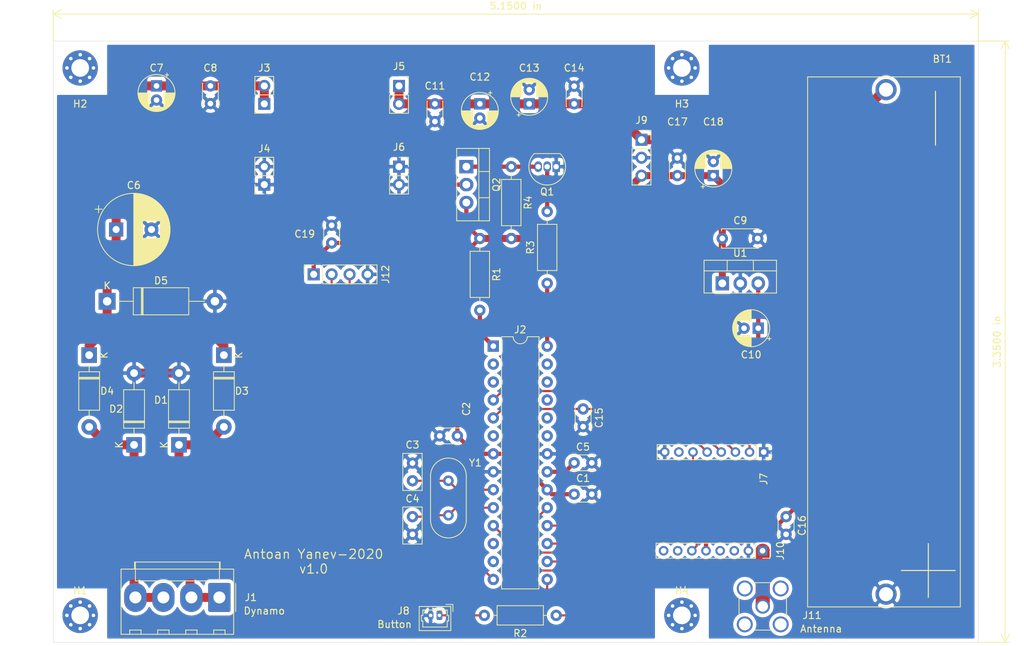
<source format=kicad_pcb>
(kicad_pcb (version 20171130) (host pcbnew "(5.0.2)-1")
  (layers (0 F.Cu signal) (31 B.Cu signal) (34 B.Paste user) (35 F.Paste user) (36 B.SilkS user) (37 F.SilkS user) (38 B.Mask user) (39 F.Mask user) (44 Edge.Cuts user))
  (net 0 "")
  (net 1 "Net-(BT1-Pad1)")
  (net 2 GND)
  (net 3 +5V)
  (net 4 "Net-(C3-Pad2)")
  (net 5 "Net-(C4-Pad1)")
  (net 6 "Net-(C5-Pad1)")
  (net 7 "Net-(C6-Pad1)")
  (net 8 +3V3)
  (net 9 "Net-(D1-Pad1)")
  (net 10 "Net-(D2-Pad1)")
  (net 11 "Net-(J2-Pad1)")
  (net 12 RX)
  (net 13 NSS)
  (net 14 TX)
  (net 15 MOSI)
  (net 16 DIO0)
  (net 17 MISO)
  (net 18 SCK)
  (net 19 "Net-(J2-Pad6)")
  (net 20 BUTTON)
  (net 21 "Net-(J2-Pad24)")
  (net 22 RESET)
  (net 23 "Net-(J2-Pad25)")
  (net 24 "Net-(J2-Pad12)")
  (net 25 "Net-(J2-Pad26)")
  (net 26 "Net-(J2-Pad13)")
  (net 27 "Net-(J2-Pad27)")
  (net 28 "Net-(J7-Pad7)")
  (net 29 ANT)
  (net 30 "Net-(J10-Pad3)")
  (net 31 "Net-(J10-Pad4)")
  (net 32 "Net-(J10-Pad8)")
  (net 33 "Net-(J2-Pad2)")
  (net 34 "Net-(J2-Pad3)")
  (net 35 GPSEN)
  (net 36 VCCGPS)
  (net 37 "Net-(Q1-Pad2)")
  (net 38 "Net-(Q1-Pad3)")
  (net 39 "Net-(J8-Pad1)")
  (net 40 "Net-(J2-Pad23)")
  (net 41 "Net-(J10-Pad7)")
  (module MountingHole:MountingHole_2.5mm_Pad_Via (layer F.Cu) (at 135.89 99.06)
    (fp_text reference H4 (at 0 -3.5) (layer F.SilkS))
    (fp_text value MountingHole_2.5mm_Pad_Via)
    (pad 1 thru_hole circle (at 1.325825 -1.325825) (size 0.8 0.8) (drill 0.5) (layers *.Cu *.Mask))
    (pad 1 thru_hole circle (at 0 -1.875) (size 0.8 0.8) (drill 0.5) (layers *.Cu *.Mask))
    (pad 1 thru_hole circle (at -1.325825 -1.325825) (size 0.8 0.8) (drill 0.5) (layers *.Cu *.Mask))
    (pad 1 thru_hole circle (at -1.875 0) (size 0.8 0.8) (drill 0.5) (layers *.Cu *.Mask))
    (pad 1 thru_hole circle (at -1.325825 1.325825) (size 0.8 0.8) (drill 0.5) (layers *.Cu *.Mask))
    (pad 1 thru_hole circle (at 0 1.875) (size 0.8 0.8) (drill 0.5) (layers *.Cu *.Mask))
    (pad 1 thru_hole circle (at 1.325825 1.325825) (size 0.8 0.8) (drill 0.5) (layers *.Cu *.Mask))
    (pad 1 thru_hole circle (at 1.875 0) (size 0.8 0.8) (drill 0.5) (layers *.Cu *.Mask))
    (pad 1 thru_hole circle (at 0 0) (size 5 5) (drill 2.5) (layers *.Cu *.Mask))
  )
  (module MountingHole:MountingHole_2.5mm_Pad_Via (layer F.Cu) (at 50.8 99.06)
    (fp_text reference H1 (at 0 -3.5) (layer F.SilkS))
    (fp_text value MountingHole_2.5mm_Pad_Via)
    (pad 1 thru_hole circle (at 1.325825 -1.325825) (size 0.8 0.8) (drill 0.5) (layers *.Cu *.Mask))
    (pad 1 thru_hole circle (at 0 -1.875) (size 0.8 0.8) (drill 0.5) (layers *.Cu *.Mask))
    (pad 1 thru_hole circle (at -1.325825 -1.325825) (size 0.8 0.8) (drill 0.5) (layers *.Cu *.Mask))
    (pad 1 thru_hole circle (at -1.875 0) (size 0.8 0.8) (drill 0.5) (layers *.Cu *.Mask))
    (pad 1 thru_hole circle (at -1.325825 1.325825) (size 0.8 0.8) (drill 0.5) (layers *.Cu *.Mask))
    (pad 1 thru_hole circle (at 0 1.875) (size 0.8 0.8) (drill 0.5) (layers *.Cu *.Mask))
    (pad 1 thru_hole circle (at 1.325825 1.325825) (size 0.8 0.8) (drill 0.5) (layers *.Cu *.Mask))
    (pad 1 thru_hole circle (at 1.875 0) (size 0.8 0.8) (drill 0.5) (layers *.Cu *.Mask))
    (pad 1 thru_hole circle (at 0 0) (size 5 5) (drill 2.5) (layers *.Cu *.Mask))
  )
  (module MountingHole:MountingHole_2.5mm_Pad_Via (layer F.Cu) (at 50.8 21.59)
    (fp_text reference H2 (at 0 5.08) (layer F.SilkS))
    (fp_text value MountingHole_2.5mm_Pad_Via)
    (pad 1 thru_hole circle (at 1.325825 -1.325825) (size 0.8 0.8) (drill 0.5) (layers *.Cu *.Mask))
    (pad 1 thru_hole circle (at 0 -1.875) (size 0.8 0.8) (drill 0.5) (layers *.Cu *.Mask))
    (pad 1 thru_hole circle (at -1.325825 -1.325825) (size 0.8 0.8) (drill 0.5) (layers *.Cu *.Mask))
    (pad 1 thru_hole circle (at -1.875 0) (size 0.8 0.8) (drill 0.5) (layers *.Cu *.Mask))
    (pad 1 thru_hole circle (at -1.325825 1.325825) (size 0.8 0.8) (drill 0.5) (layers *.Cu *.Mask))
    (pad 1 thru_hole circle (at 0 1.875) (size 0.8 0.8) (drill 0.5) (layers *.Cu *.Mask))
    (pad 1 thru_hole circle (at 1.325825 1.325825) (size 0.8 0.8) (drill 0.5) (layers *.Cu *.Mask))
    (pad 1 thru_hole circle (at 1.875 0) (size 0.8 0.8) (drill 0.5) (layers *.Cu *.Mask))
    (pad 1 thru_hole circle (at 0 0) (size 5 5) (drill 2.5) (layers *.Cu *.Mask))
  )
  (module MountingHole:MountingHole_2.5mm_Pad_Via (layer F.Cu) (at 135.89 21.59)
    (fp_text reference H3 (at 0 5.08) (layer F.SilkS))
    (fp_text value MountingHole_2.5mm_Pad_Via)
    (pad 1 thru_hole circle (at 1.325825 -1.325825) (size 0.8 0.8) (drill 0.5) (layers *.Cu *.Mask))
    (pad 1 thru_hole circle (at 0 -1.875) (size 0.8 0.8) (drill 0.5) (layers *.Cu *.Mask))
    (pad 1 thru_hole circle (at -1.325825 -1.325825) (size 0.8 0.8) (drill 0.5) (layers *.Cu *.Mask))
    (pad 1 thru_hole circle (at -1.875 0) (size 0.8 0.8) (drill 0.5) (layers *.Cu *.Mask))
    (pad 1 thru_hole circle (at -1.325825 1.325825) (size 0.8 0.8) (drill 0.5) (layers *.Cu *.Mask))
    (pad 1 thru_hole circle (at 0 1.875) (size 0.8 0.8) (drill 0.5) (layers *.Cu *.Mask))
    (pad 1 thru_hole circle (at 1.325825 1.325825) (size 0.8 0.8) (drill 0.5) (layers *.Cu *.Mask))
    (pad 1 thru_hole circle (at 1.875 0) (size 0.8 0.8) (drill 0.5) (layers *.Cu *.Mask))
    (pad 1 thru_hole circle (at 0 0) (size 5 5) (drill 2.5) (layers *.Cu *.Mask))
  )
  (module Connector_Molex:Molex_KK-396_A-41791-0004_1x04_P3.96mm_Vertical (layer F.Cu) (at 70.485 96.52 180)
    (fp_text reference J1 (at -4.445 0 180) (layer F.SilkS))
    (fp_text value Conn_01x04_Female)
    (pad 1 thru_hole roundrect (at 0 0 180) (size 3.16 4.1) (drill 1.7) (layers *.Cu *.Mask) (roundrect_rratio 0.079114) (net 9 "Net-(D1-Pad1)"))
    (pad 2 thru_hole oval (at 3.96 0 180) (size 3.16 4.1) (drill 1.7) (layers *.Cu *.Mask) (net 9 "Net-(D1-Pad1)"))
    (pad 3 thru_hole oval (at 7.92 0 180) (size 3.16 4.1) (drill 1.7) (layers *.Cu *.Mask) (net 10 "Net-(D2-Pad1)"))
    (pad 4 thru_hole oval (at 11.88 0 180) (size 3.16 4.1) (drill 1.7) (layers *.Cu *.Mask) (net 10 "Net-(D2-Pad1)"))
  )
  (module Capacitor_THT:C_Disc_D3.0mm_W2.0mm_P2.50mm (layer F.Cu) (at 121.92 69.85 270)
    (fp_text reference C15 (at 1.25 -2.25 270) (layer F.SilkS))
    (fp_text value 100n)
    (pad 1 thru_hole circle (at 0 0 270) (size 1.6 1.6) (drill 0.8) (layers *.Cu *.Mask) (net 20 BUTTON))
    (pad 2 thru_hole circle (at 2.5 0 270) (size 1.6 1.6) (drill 0.8) (layers *.Cu *.Mask) (net 2 GND))
  )
  (module Connector_Molex:Molex_PicoBlade_53047-0210_1x02_P1.25mm_Vertical (layer F.Cu) (at 101.6 99.06 180)
    (fp_text reference J8 (at 5.08 0.635) (layer F.SilkS))
    (fp_text value Conn_01x02_Female)
    (pad 1 thru_hole roundrect (at 0 0 180) (size 0.8 1.3) (drill 0.5) (layers *.Cu *.Mask) (net 39 "Net-(J8-Pad1)"))
    (pad 2 thru_hole oval (at 1.25 0 180) (size 0.8 1.3) (drill 0.5) (layers *.Cu *.Mask) (net 2 GND))
  )
  (module Package_TO_SOT_THT:TO-220-3_Vertical (layer F.Cu) (at 141.605 52.07)
    (fp_text reference U1 (at 2.54 -4.27) (layer F.SilkS))
    (fp_text value BA33BC0T)
    (pad 1 thru_hole rect (at 0 0) (size 1.905 2) (drill 1.1) (layers *.Cu *.Mask) (net 3 +5V))
    (pad 2 thru_hole oval (at 2.54 0) (size 1.905 2) (drill 1.1) (layers *.Cu *.Mask) (net 2 GND))
    (pad 3 thru_hole oval (at 5.08 0) (size 1.905 2) (drill 1.1) (layers *.Cu *.Mask) (net 8 +3V3))
  )
  (module Library:Battery_Holder (layer F.Cu) (at 175.26 22.86 270)
    (fp_text reference BT1 (at -2.54 2.54 180) (layer F.SilkS))
    (fp_text value Li-Ion)
    (fp_text user - (at 5.842 4.318 90) (layer F.SilkS) (effects (font (size 10 10))))
    (fp_text user + (at 69.85 5.334 90) (layer F.SilkS) (effects (font (size 10 10))))
    (pad 2 thru_hole circle (at 73.2 10.5 270) (size 3 3) (drill 2) (layers *.Cu *.Mask) (net 2 GND))
    (pad 1 thru_hole circle (at 1.8 10.5 270) (size 3 3) (drill 2) (layers *.Cu *.Mask) (net 1 "Net-(BT1-Pad1)"))
  )
  (module Capacitor_THT:C_Disc_D3.0mm_W2.0mm_P2.50mm (layer F.Cu) (at 120.65 81.915)
    (fp_text reference C1 (at 1.27 -2.25) (layer F.SilkS))
    (fp_text value 100n)
    (pad 2 thru_hole circle (at 2.5 0) (size 1.6 1.6) (drill 0.8) (layers *.Cu *.Mask) (net 2 GND))
    (pad 1 thru_hole circle (at 0 0) (size 1.6 1.6) (drill 0.8) (layers *.Cu *.Mask) (net 3 +5V))
  )
  (module Capacitor_THT:C_Disc_D3.0mm_W2.0mm_P2.50mm (layer F.Cu) (at 104.14 73.66 180)
    (fp_text reference C2 (at -1.27 3.81 90) (layer F.SilkS))
    (fp_text value 100n)
    (pad 2 thru_hole circle (at 2.5 0 180) (size 1.6 1.6) (drill 0.8) (layers *.Cu *.Mask) (net 2 GND))
    (pad 1 thru_hole circle (at 0 0 180) (size 1.6 1.6) (drill 0.8) (layers *.Cu *.Mask) (net 3 +5V))
  )
  (module Capacitor_THT:C_Disc_D5.0mm_W2.5mm_P2.50mm (layer F.Cu) (at 97.79 77.51 270)
    (fp_text reference C3 (at -2.58 0 180) (layer F.SilkS))
    (fp_text value 22p)
    (pad 2 thru_hole circle (at 2.5 0 270) (size 1.6 1.6) (drill 0.8) (layers *.Cu *.Mask) (net 4 "Net-(C3-Pad2)"))
    (pad 1 thru_hole circle (at 0 0 270) (size 1.6 1.6) (drill 0.8) (layers *.Cu *.Mask) (net 2 GND))
  )
  (module Capacitor_THT:C_Disc_D5.0mm_W2.5mm_P2.50mm (layer F.Cu) (at 97.79 85.09 270)
    (fp_text reference C4 (at -2.54 0 180) (layer F.SilkS))
    (fp_text value 22p)
    (pad 1 thru_hole circle (at 0 0 270) (size 1.6 1.6) (drill 0.8) (layers *.Cu *.Mask) (net 5 "Net-(C4-Pad1)"))
    (pad 2 thru_hole circle (at 2.5 0 270) (size 1.6 1.6) (drill 0.8) (layers *.Cu *.Mask) (net 2 GND))
  )
  (module Capacitor_THT:C_Disc_D3.0mm_W2.0mm_P2.50mm (layer F.Cu) (at 120.65 77.47)
    (fp_text reference C5 (at 1.25 -2.25) (layer F.SilkS))
    (fp_text value 100n)
    (pad 1 thru_hole circle (at 0 0) (size 1.6 1.6) (drill 0.8) (layers *.Cu *.Mask) (net 6 "Net-(C5-Pad1)"))
    (pad 2 thru_hole circle (at 2.5 0) (size 1.6 1.6) (drill 0.8) (layers *.Cu *.Mask) (net 2 GND))
  )
  (module Capacitor_THT:CP_Radial_D10.0mm_P5.00mm (layer F.Cu) (at 55.88 44.45)
    (fp_text reference C6 (at 2.5 -6.25) (layer F.SilkS))
    (fp_text value 1000u)
    (pad 1 thru_hole rect (at 0 0) (size 2 2) (drill 1) (layers *.Cu *.Mask) (net 7 "Net-(C6-Pad1)"))
    (pad 2 thru_hole circle (at 5 0) (size 2 2) (drill 1) (layers *.Cu *.Mask) (net 2 GND))
  )
  (module Capacitor_THT:CP_Radial_D5.0mm_P2.00mm (layer F.Cu) (at 61.595 24.13 270)
    (fp_text reference C7 (at -2.54 0 180) (layer F.SilkS))
    (fp_text value 100u)
    (pad 1 thru_hole rect (at 0 0 270) (size 1.6 1.6) (drill 0.8) (layers *.Cu *.Mask) (net 7 "Net-(C6-Pad1)"))
    (pad 2 thru_hole circle (at 2 0 270) (size 1.6 1.6) (drill 0.8) (layers *.Cu *.Mask) (net 2 GND))
  )
  (module Capacitor_THT:C_Disc_D3.0mm_W2.0mm_P2.50mm (layer F.Cu) (at 69.215 24.13 270)
    (fp_text reference C8 (at -2.54 0 180) (layer F.SilkS))
    (fp_text value 100n)
    (pad 1 thru_hole circle (at 0 0 270) (size 1.6 1.6) (drill 0.8) (layers *.Cu *.Mask) (net 7 "Net-(C6-Pad1)"))
    (pad 2 thru_hole circle (at 2.5 0 270) (size 1.6 1.6) (drill 0.8) (layers *.Cu *.Mask) (net 2 GND))
  )
  (module Capacitor_THT:C_Disc_D5.0mm_W2.5mm_P5.00mm (layer F.Cu) (at 141.605 45.72)
    (fp_text reference C9 (at 2.54 -2.54) (layer F.SilkS))
    (fp_text value 0.33u)
    (pad 1 thru_hole circle (at 0 0) (size 1.6 1.6) (drill 0.8) (layers *.Cu *.Mask) (net 3 +5V))
    (pad 2 thru_hole circle (at 5 0) (size 1.6 1.6) (drill 0.8) (layers *.Cu *.Mask) (net 2 GND))
  )
  (module Capacitor_THT:CP_Radial_D5.0mm_P2.00mm (layer F.Cu) (at 146.685 58.42 180)
    (fp_text reference C10 (at 1 -3.75) (layer F.SilkS))
    (fp_text value 100u)
    (pad 2 thru_hole circle (at 2 0 180) (size 1.6 1.6) (drill 0.8) (layers *.Cu *.Mask) (net 2 GND))
    (pad 1 thru_hole rect (at 0 0 180) (size 1.6 1.6) (drill 0.8) (layers *.Cu *.Mask) (net 8 +3V3))
  )
  (module Capacitor_THT:C_Disc_D3.0mm_W2.0mm_P2.50mm (layer F.Cu) (at 100.965 26.67 270)
    (fp_text reference C11 (at -2.54 0 180) (layer F.SilkS))
    (fp_text value 100n)
    (pad 1 thru_hole circle (at 0 0 270) (size 1.6 1.6) (drill 0.8) (layers *.Cu *.Mask) (net 1 "Net-(BT1-Pad1)"))
    (pad 2 thru_hole circle (at 2.5 0 270) (size 1.6 1.6) (drill 0.8) (layers *.Cu *.Mask) (net 2 GND))
  )
  (module Capacitor_THT:CP_Radial_D5.0mm_P2.00mm (layer F.Cu) (at 107.315 26.67 270)
    (fp_text reference C12 (at -3.81 0 180) (layer F.SilkS))
    (fp_text value 100u)
    (pad 2 thru_hole circle (at 2 0 270) (size 1.6 1.6) (drill 0.8) (layers *.Cu *.Mask) (net 2 GND))
    (pad 1 thru_hole rect (at 0 0 270) (size 1.6 1.6) (drill 0.8) (layers *.Cu *.Mask) (net 1 "Net-(BT1-Pad1)"))
  )
  (module Capacitor_THT:CP_Radial_D5.0mm_P2.00mm (layer F.Cu) (at 114.3 26.67 90)
    (fp_text reference C13 (at 5.08 0 180) (layer F.SilkS))
    (fp_text value 100u)
    (pad 1 thru_hole rect (at 0 0 90) (size 1.6 1.6) (drill 0.8) (layers *.Cu *.Mask) (net 1 "Net-(BT1-Pad1)"))
    (pad 2 thru_hole circle (at 2 0 90) (size 1.6 1.6) (drill 0.8) (layers *.Cu *.Mask) (net 2 GND))
  )
  (module Capacitor_THT:C_Disc_D3.0mm_W2.0mm_P2.50mm (layer F.Cu) (at 120.65 26.67 90)
    (fp_text reference C14 (at 5.08 0 180) (layer F.SilkS))
    (fp_text value 100n)
    (pad 1 thru_hole circle (at 0 0 90) (size 1.6 1.6) (drill 0.8) (layers *.Cu *.Mask) (net 1 "Net-(BT1-Pad1)"))
    (pad 2 thru_hole circle (at 2.5 0 90) (size 1.6 1.6) (drill 0.8) (layers *.Cu *.Mask) (net 2 GND))
  )
  (module Capacitor_THT:C_Disc_D3.0mm_W2.0mm_P2.50mm (layer F.Cu) (at 150.622 85.09 270)
    (fp_text reference C16 (at 1.25 -2.25 90) (layer F.SilkS))
    (fp_text value 100n)
    (pad 2 thru_hole circle (at 2.5 0 270) (size 1.6 1.6) (drill 0.8) (layers *.Cu *.Mask) (net 2 GND))
    (pad 1 thru_hole circle (at 0 0 270) (size 1.6 1.6) (drill 0.8) (layers *.Cu *.Mask) (net 8 +3V3))
  )
  (module Capacitor_THT:C_Disc_D3.0mm_W2.0mm_P2.50mm (layer F.Cu) (at 135.255 36.83 90)
    (fp_text reference C17 (at 7.62 0 180) (layer F.SilkS))
    (fp_text value 100n)
    (pad 2 thru_hole circle (at 2.5 0 90) (size 1.6 1.6) (drill 0.8) (layers *.Cu *.Mask) (net 2 GND))
    (pad 1 thru_hole circle (at 0 0 90) (size 1.6 1.6) (drill 0.8) (layers *.Cu *.Mask) (net 3 +5V))
  )
  (module Capacitor_THT:CP_Radial_D5.0mm_P2.00mm (layer F.Cu) (at 140.335 36.83 90)
    (fp_text reference C18 (at 7.62 0 180) (layer F.SilkS))
    (fp_text value 100u)
    (pad 1 thru_hole rect (at 0 0 90) (size 1.6 1.6) (drill 0.8) (layers *.Cu *.Mask) (net 3 +5V))
    (pad 2 thru_hole circle (at 2 0 90) (size 1.6 1.6) (drill 0.8) (layers *.Cu *.Mask) (net 2 GND))
  )
  (module Diode_THT:D_DO-41_SOD81_P10.16mm_Horizontal (layer F.Cu) (at 64.77 74.93 90)
    (fp_text reference D1 (at 6.35 -2.54 180) (layer F.SilkS))
    (fp_text value "1N5819 YJ")
    (fp_text user K (at 0 -2.1 90) (layer F.SilkS))
    (pad 1 thru_hole rect (at 0 0 90) (size 2.2 2.2) (drill 1.1) (layers *.Cu *.Mask) (net 9 "Net-(D1-Pad1)"))
    (pad 2 thru_hole oval (at 10.16 0 90) (size 2.2 2.2) (drill 1.1) (layers *.Cu *.Mask) (net 2 GND))
  )
  (module Diode_THT:D_DO-41_SOD81_P10.16mm_Horizontal (layer F.Cu) (at 58.42 74.93 90)
    (fp_text reference D2 (at 5.08 -2.54 180) (layer F.SilkS))
    (fp_text value "1N5819 YJ")
    (fp_text user K (at 0 -2.1 90) (layer F.SilkS))
    (pad 1 thru_hole rect (at 0 0 90) (size 2.2 2.2) (drill 1.1) (layers *.Cu *.Mask) (net 10 "Net-(D2-Pad1)"))
    (pad 2 thru_hole oval (at 10.16 0 90) (size 2.2 2.2) (drill 1.1) (layers *.Cu *.Mask) (net 2 GND))
  )
  (module Diode_THT:D_DO-41_SOD81_P10.16mm_Horizontal (layer F.Cu) (at 71.12 62.23 270)
    (fp_text reference D3 (at 5.08 -2.54 180) (layer F.SilkS))
    (fp_text value "1N5819 YJ")
    (fp_text user K (at 0 -2.1 90) (layer F.SilkS))
    (pad 2 thru_hole oval (at 10.16 0 270) (size 2.2 2.2) (drill 1.1) (layers *.Cu *.Mask) (net 9 "Net-(D1-Pad1)"))
    (pad 1 thru_hole rect (at 0 0 270) (size 2.2 2.2) (drill 1.1) (layers *.Cu *.Mask) (net 7 "Net-(C6-Pad1)"))
  )
  (module Diode_THT:D_DO-41_SOD81_P10.16mm_Horizontal (layer F.Cu) (at 52.07 62.23 270)
    (fp_text reference D4 (at 5.08 -2.54 180) (layer F.SilkS))
    (fp_text value "1N5819 YJ")
    (fp_text user K (at 0 -2.1 90) (layer F.SilkS))
    (pad 2 thru_hole oval (at 10.16 0 270) (size 2.2 2.2) (drill 1.1) (layers *.Cu *.Mask) (net 10 "Net-(D2-Pad1)"))
    (pad 1 thru_hole rect (at 0 0 270) (size 2.2 2.2) (drill 1.1) (layers *.Cu *.Mask) (net 7 "Net-(C6-Pad1)"))
  )
  (module Diode_THT:D_DO-15_P15.24mm_Horizontal (layer F.Cu) (at 54.61 54.61)
    (fp_text reference D5 (at 7.62 -2.92) (layer F.SilkS))
    (fp_text value P6KE24A)
    (fp_text user K (at 0 -2.2) (layer F.SilkS))
    (pad 1 thru_hole rect (at 0 0) (size 2.4 2.4) (drill 1.2) (layers *.Cu *.Mask) (net 7 "Net-(C6-Pad1)"))
    (pad 2 thru_hole oval (at 15.24 0) (size 2.4 2.4) (drill 1.2) (layers *.Cu *.Mask) (net 2 GND))
  )
  (module Package_DIP:DIP-28_W7.62mm (layer F.Cu) (at 109.22 60.96)
    (fp_text reference J2 (at 3.81 -2.33) (layer F.SilkS))
    (fp_text value Conn_01x28_Female)
    (pad 1 thru_hole rect (at 0 0) (size 1.6 1.6) (drill 0.8) (layers *.Cu *.Mask) (net 11 "Net-(J2-Pad1)"))
    (pad 15 thru_hole oval (at 7.62 33.02) (size 1.6 1.6) (drill 0.8) (layers *.Cu *.Mask) (net 14 TX))
    (pad 2 thru_hole oval (at 0 2.54) (size 1.6 1.6) (drill 0.8) (layers *.Cu *.Mask) (net 33 "Net-(J2-Pad2)"))
    (pad 16 thru_hole oval (at 7.62 30.48) (size 1.6 1.6) (drill 0.8) (layers *.Cu *.Mask) (net 13 NSS))
    (pad 3 thru_hole oval (at 0 5.08) (size 1.6 1.6) (drill 0.8) (layers *.Cu *.Mask) (net 34 "Net-(J2-Pad3)"))
    (pad 17 thru_hole oval (at 7.62 27.94) (size 1.6 1.6) (drill 0.8) (layers *.Cu *.Mask) (net 15 MOSI))
    (pad 4 thru_hole oval (at 0 7.62) (size 1.6 1.6) (drill 0.8) (layers *.Cu *.Mask) (net 16 DIO0))
    (pad 18 thru_hole oval (at 7.62 25.4) (size 1.6 1.6) (drill 0.8) (layers *.Cu *.Mask) (net 17 MISO))
    (pad 5 thru_hole oval (at 0 10.16) (size 1.6 1.6) (drill 0.8) (layers *.Cu *.Mask) (net 20 BUTTON))
    (pad 19 thru_hole oval (at 7.62 22.86) (size 1.6 1.6) (drill 0.8) (layers *.Cu *.Mask) (net 18 SCK))
    (pad 6 thru_hole oval (at 0 12.7) (size 1.6 1.6) (drill 0.8) (layers *.Cu *.Mask) (net 19 "Net-(J2-Pad6)"))
    (pad 20 thru_hole oval (at 7.62 20.32) (size 1.6 1.6) (drill 0.8) (layers *.Cu *.Mask) (net 3 +5V))
    (pad 7 thru_hole oval (at 0 15.24) (size 1.6 1.6) (drill 0.8) (layers *.Cu *.Mask) (net 3 +5V))
    (pad 21 thru_hole oval (at 7.62 17.78) (size 1.6 1.6) (drill 0.8) (layers *.Cu *.Mask) (net 6 "Net-(C5-Pad1)"))
    (pad 8 thru_hole oval (at 0 17.78) (size 1.6 1.6) (drill 0.8) (layers *.Cu *.Mask) (net 2 GND))
    (pad 22 thru_hole oval (at 7.62 15.24) (size 1.6 1.6) (drill 0.8) (layers *.Cu *.Mask) (net 2 GND))
    (pad 9 thru_hole oval (at 0 20.32) (size 1.6 1.6) (drill 0.8) (layers *.Cu *.Mask) (net 4 "Net-(C3-Pad2)"))
    (pad 23 thru_hole oval (at 7.62 12.7) (size 1.6 1.6) (drill 0.8) (layers *.Cu *.Mask) (net 40 "Net-(J2-Pad23)"))
    (pad 10 thru_hole oval (at 0 22.86) (size 1.6 1.6) (drill 0.8) (layers *.Cu *.Mask) (net 5 "Net-(C4-Pad1)"))
    (pad 24 thru_hole oval (at 7.62 10.16) (size 1.6 1.6) (drill 0.8) (layers *.Cu *.Mask) (net 21 "Net-(J2-Pad24)"))
    (pad 11 thru_hole oval (at 0 25.4) (size 1.6 1.6) (drill 0.8) (layers *.Cu *.Mask) (net 22 RESET))
    (pad 25 thru_hole oval (at 7.62 7.62) (size 1.6 1.6) (drill 0.8) (layers *.Cu *.Mask) (net 23 "Net-(J2-Pad25)"))
    (pad 12 thru_hole oval (at 0 27.94) (size 1.6 1.6) (drill 0.8) (layers *.Cu *.Mask) (net 24 "Net-(J2-Pad12)"))
    (pad 26 thru_hole oval (at 7.62 5.08) (size 1.6 1.6) (drill 0.8) (layers *.Cu *.Mask) (net 25 "Net-(J2-Pad26)"))
    (pad 13 thru_hole oval (at 0 30.48) (size 1.6 1.6) (drill 0.8) (layers *.Cu *.Mask) (net 26 "Net-(J2-Pad13)"))
    (pad 27 thru_hole oval (at 7.62 2.54) (size 1.6 1.6) (drill 0.8) (layers *.Cu *.Mask) (net 27 "Net-(J2-Pad27)"))
    (pad 14 thru_hole oval (at 0 33.02) (size 1.6 1.6) (drill 0.8) (layers *.Cu *.Mask) (net 12 RX))
    (pad 28 thru_hole oval (at 7.62 0) (size 1.6 1.6) (drill 0.8) (layers *.Cu *.Mask) (net 35 GPSEN))
  )
  (module Connector_PinSocket_2.54mm:PinSocket_1x02_P2.54mm_Vertical (layer F.Cu) (at 76.835 26.67 180)
    (fp_text reference J3 (at 0 5.08) (layer F.SilkS))
    (fp_text value Conn_01x02_Female)
    (pad 2 thru_hole oval (at 0 2.54 180) (size 1.7 1.7) (drill 1) (layers *.Cu *.Mask) (net 7 "Net-(C6-Pad1)"))
    (pad 1 thru_hole rect (at 0 0 180) (size 1.7 1.7) (drill 1) (layers *.Cu *.Mask) (net 7 "Net-(C6-Pad1)"))
  )
  (module Connector_PinSocket_2.54mm:PinSocket_1x02_P2.54mm_Vertical (layer F.Cu) (at 76.835 38.1 180)
    (fp_text reference J4 (at 0 5.08) (layer F.SilkS))
    (fp_text value Conn_01x02_Female)
    (pad 1 thru_hole rect (at 0 0 180) (size 1.7 1.7) (drill 1) (layers *.Cu *.Mask) (net 2 GND))
    (pad 2 thru_hole oval (at 0 2.54 180) (size 1.7 1.7) (drill 1) (layers *.Cu *.Mask) (net 2 GND))
  )
  (module Connector_PinSocket_2.54mm:PinSocket_1x02_P2.54mm_Vertical (layer F.Cu) (at 95.885 24.13)
    (fp_text reference J5 (at 0 -2.77) (layer F.SilkS))
    (fp_text value Conn_01x02_Female)
    (pad 2 thru_hole oval (at 0 2.54) (size 1.7 1.7) (drill 1) (layers *.Cu *.Mask) (net 1 "Net-(BT1-Pad1)"))
    (pad 1 thru_hole rect (at 0 0) (size 1.7 1.7) (drill 1) (layers *.Cu *.Mask) (net 1 "Net-(BT1-Pad1)"))
  )
  (module Connector_PinSocket_2.54mm:PinSocket_1x02_P2.54mm_Vertical (layer F.Cu) (at 95.885 35.56)
    (fp_text reference J6 (at 0 -2.77) (layer F.SilkS))
    (fp_text value Conn_01x02_Female)
    (pad 1 thru_hole rect (at 0 0) (size 1.7 1.7) (drill 1) (layers *.Cu *.Mask) (net 2 GND))
    (pad 2 thru_hole oval (at 0 2.54) (size 1.7 1.7) (drill 1) (layers *.Cu *.Mask) (net 2 GND))
  )
  (module Connector_PinSocket_2.00mm:PinSocket_1x08_P2.00mm_Vertical (layer F.Cu) (at 147.4587 75.947171 270)
    (fp_text reference J7 (at 3.81 0 270) (layer F.SilkS))
    (fp_text value Conn_01x08_Female)
    (pad 8 thru_hole oval (at 0 14 270) (size 1.35 1.35) (drill 0.8) (layers *.Cu *.Mask) (net 2 GND))
    (pad 7 thru_hole oval (at 0 12 270) (size 1.35 1.35) (drill 0.8) (layers *.Cu *.Mask) (net 28 "Net-(J7-Pad7)"))
    (pad 6 thru_hole oval (at 0 10 270) (size 1.35 1.35) (drill 0.8) (layers *.Cu *.Mask) (net 22 RESET))
    (pad 5 thru_hole oval (at 0 8 270) (size 1.35 1.35) (drill 0.8) (layers *.Cu *.Mask) (net 13 NSS))
    (pad 4 thru_hole oval (at 0 6 270) (size 1.35 1.35) (drill 0.8) (layers *.Cu *.Mask) (net 18 SCK))
    (pad 3 thru_hole oval (at 0 4 270) (size 1.35 1.35) (drill 0.8) (layers *.Cu *.Mask) (net 15 MOSI))
    (pad 2 thru_hole oval (at 0 2 270) (size 1.35 1.35) (drill 0.8) (layers *.Cu *.Mask) (net 17 MISO))
    (pad 1 thru_hole rect (at 0 0 270) (size 1.35 1.35) (drill 0.8) (layers *.Cu *.Mask) (net 2 GND))
  )
  (module Connector_PinSocket_2.54mm:PinSocket_1x03_P2.54mm_Vertical (layer F.Cu) (at 130.175 31.75)
    (fp_text reference J9 (at 0 -2.77) (layer F.SilkS))
    (fp_text value Conn_01x03_Female)
    (pad 1 thru_hole rect (at 0 0) (size 1.7 1.7) (drill 1) (layers *.Cu *.Mask) (net 1 "Net-(BT1-Pad1)"))
    (pad 2 thru_hole oval (at 0 2.54) (size 1.7 1.7) (drill 1) (layers *.Cu *.Mask) (net 2 GND))
    (pad 3 thru_hole oval (at 0 5.08) (size 1.7 1.7) (drill 1) (layers *.Cu *.Mask) (net 3 +5V))
  )
  (module Connector_PinSocket_2.00mm:PinSocket_1x08_P2.00mm_Vertical (layer F.Cu) (at 147.2987 89.917171 270)
    (fp_text reference J10 (at 0 -2.5 270) (layer F.SilkS))
    (fp_text value Conn_01x08_Female)
    (pad 1 thru_hole rect (at 0 0 270) (size 1.35 1.35) (drill 0.8) (layers *.Cu *.Mask) (net 29 ANT))
    (pad 2 thru_hole oval (at 0 2 270) (size 1.35 1.35) (drill 0.8) (layers *.Cu *.Mask) (net 2 GND))
    (pad 3 thru_hole oval (at 0 4 270) (size 1.35 1.35) (drill 0.8) (layers *.Cu *.Mask) (net 30 "Net-(J10-Pad3)"))
    (pad 4 thru_hole oval (at 0 6 270) (size 1.35 1.35) (drill 0.8) (layers *.Cu *.Mask) (net 31 "Net-(J10-Pad4)"))
    (pad 5 thru_hole oval (at 0 8 270) (size 1.35 1.35) (drill 0.8) (layers *.Cu *.Mask) (net 8 +3V3))
    (pad 6 thru_hole oval (at 0 10 270) (size 1.35 1.35) (drill 0.8) (layers *.Cu *.Mask) (net 16 DIO0))
    (pad 7 thru_hole oval (at 0 12 270) (size 1.35 1.35) (drill 0.8) (layers *.Cu *.Mask) (net 41 "Net-(J10-Pad7)"))
    (pad 8 thru_hole oval (at 0 14 270) (size 1.35 1.35) (drill 0.8) (layers *.Cu *.Mask) (net 32 "Net-(J10-Pad8)"))
  )
  (module Connector_Coaxial:SMA_Amphenol_901-144_Vertical (layer F.Cu) (at 147.32 97.79)
    (fp_text reference J11 (at 6.985 1.27) (layer F.SilkS))
    (fp_text value Conn_01x01_Female)
    (pad 1 thru_hole circle (at 0 0) (size 2.05 2.05) (drill 1.5) (layers *.Cu *.Mask) (net 29 ANT))
    (pad 2 thru_hole circle (at 2.54 2.54) (size 2.25 2.25) (drill 1.7) (layers *.Cu *.Mask))
    (pad 2 thru_hole circle (at 2.54 -2.54) (size 2.25 2.25) (drill 1.7) (layers *.Cu *.Mask))
    (pad 2 thru_hole circle (at -2.54 -2.54) (size 2.25 2.25) (drill 1.7) (layers *.Cu *.Mask))
    (pad 2 thru_hole circle (at -2.54 2.54) (size 2.25 2.25) (drill 1.7) (layers *.Cu *.Mask))
  )
  (module Connector_PinSocket_2.54mm:PinSocket_1x04_P2.54mm_Vertical (layer F.Cu) (at 83.82 50.8 90)
    (fp_text reference J12 (at 0 10.16 270) (layer F.SilkS))
    (fp_text value Conn_01x04_Female)
    (pad 1 thru_hole rect (at 0 0 90) (size 1.7 1.7) (drill 1) (layers *.Cu *.Mask) (net 36 VCCGPS))
    (pad 2 thru_hole oval (at 0 2.54 90) (size 1.7 1.7) (drill 1) (layers *.Cu *.Mask) (net 14 TX))
    (pad 3 thru_hole oval (at 0 5.08 90) (size 1.7 1.7) (drill 1) (layers *.Cu *.Mask) (net 12 RX))
    (pad 4 thru_hole oval (at 0 7.62 90) (size 1.7 1.7) (drill 1) (layers *.Cu *.Mask) (net 2 GND))
  )
  (module Resistor_THT:R_Axial_DIN0207_L6.3mm_D2.5mm_P10.16mm_Horizontal (layer F.Cu) (at 107.315 45.72 270)
    (fp_text reference R1 (at 5.08 -2.37 90) (layer F.SilkS))
    (fp_text value 10k)
    (pad 1 thru_hole circle (at 0 0 270) (size 1.6 1.6) (drill 0.8) (layers *.Cu *.Mask) (net 3 +5V))
    (pad 2 thru_hole oval (at 10.16 0 270) (size 1.6 1.6) (drill 0.8) (layers *.Cu *.Mask) (net 11 "Net-(J2-Pad1)"))
  )
  (module Crystal:Crystal_HC49-U_Vertical (layer F.Cu) (at 102.87 80.01 270)
    (fp_text reference Y1 (at -2.54 -3.81 180) (layer F.SilkS))
    (fp_text value 16MHz)
    (pad 1 thru_hole circle (at 0 0 270) (size 1.5 1.5) (drill 0.8) (layers *.Cu *.Mask) (net 4 "Net-(C3-Pad2)"))
    (pad 2 thru_hole circle (at 4.88 0 270) (size 1.5 1.5) (drill 0.8) (layers *.Cu *.Mask) (net 5 "Net-(C4-Pad1)"))
  )
  (module Resistor_THT:R_Axial_DIN0207_L6.3mm_D2.5mm_P10.16mm_Horizontal (layer F.Cu) (at 118.11 99.06 180)
    (fp_text reference R2 (at 5.08 -2.54) (layer F.SilkS))
    (fp_text value 1k)
    (pad 1 thru_hole circle (at 0 0 180) (size 1.6 1.6) (drill 0.8) (layers *.Cu *.Mask) (net 20 BUTTON))
    (pad 2 thru_hole oval (at 10.16 0 180) (size 1.6 1.6) (drill 0.8) (layers *.Cu *.Mask) (net 39 "Net-(J8-Pad1)"))
  )
  (module Package_TO_SOT_THT:TO-92_Inline (layer F.Cu) (at 118.11 35.56 180)
    (fp_text reference Q1 (at 1.27 -3.56 180) (layer F.SilkS))
    (fp_text value PN2222A)
    (pad 2 thru_hole oval (at 1.27 0 180) (size 1.05 1.5) (drill 0.75) (layers *.Cu *.Mask) (net 37 "Net-(Q1-Pad2)"))
    (pad 3 thru_hole oval (at 2.54 0 180) (size 1.05 1.5) (drill 0.75) (layers *.Cu *.Mask) (net 38 "Net-(Q1-Pad3)"))
    (pad 1 thru_hole rect (at 0 0 180) (size 1.05 1.5) (drill 0.75) (layers *.Cu *.Mask) (net 2 GND))
  )
  (module Package_TO_SOT_THT:TO-220-3_Vertical (layer F.Cu) (at 105.41 35.56 270)
    (fp_text reference Q2 (at 2.54 -4.27 270) (layer F.SilkS))
    (fp_text value IRF4905)
    (pad 1 thru_hole rect (at 0 0 270) (size 1.905 2) (drill 1.1) (layers *.Cu *.Mask) (net 38 "Net-(Q1-Pad3)"))
    (pad 2 thru_hole oval (at 2.54 0 270) (size 1.905 2) (drill 1.1) (layers *.Cu *.Mask) (net 36 VCCGPS))
    (pad 3 thru_hole oval (at 5.08 0 270) (size 1.905 2) (drill 1.1) (layers *.Cu *.Mask) (net 3 +5V))
  )
  (module Resistor_THT:R_Axial_DIN0207_L6.3mm_D2.5mm_P10.16mm_Horizontal (layer F.Cu) (at 116.84 52.07 90)
    (fp_text reference R3 (at 5.08 -2.37 90) (layer F.SilkS))
    (fp_text value 1k)
    (pad 2 thru_hole oval (at 10.16 0 90) (size 1.6 1.6) (drill 0.8) (layers *.Cu *.Mask) (net 37 "Net-(Q1-Pad2)"))
    (pad 1 thru_hole circle (at 0 0 90) (size 1.6 1.6) (drill 0.8) (layers *.Cu *.Mask) (net 35 GPSEN))
  )
  (module Resistor_THT:R_Axial_DIN0207_L6.3mm_D2.5mm_P10.16mm_Horizontal (layer F.Cu) (at 111.76 35.56 270)
    (fp_text reference R4 (at 5.08 -2.37 270) (layer F.SilkS))
    (fp_text value 4.7k)
    (pad 1 thru_hole circle (at 0 0 270) (size 1.6 1.6) (drill 0.8) (layers *.Cu *.Mask) (net 38 "Net-(Q1-Pad3)"))
    (pad 2 thru_hole oval (at 10.16 0 270) (size 1.6 1.6) (drill 0.8) (layers *.Cu *.Mask) (net 3 +5V))
  )
  (module Capacitor_THT:C_Disc_D3.0mm_W2.0mm_P2.50mm (layer F.Cu) (at 86.36 46.355 90)
    (fp_text reference C19 (at 1.27 -3.81 180) (layer F.SilkS))
    (fp_text value 100n)
    (pad 1 thru_hole circle (at 0 0 90) (size 1.6 1.6) (drill 0.8) (layers *.Cu *.Mask) (net 36 VCCGPS))
    (pad 2 thru_hole circle (at 2.5 0 90) (size 1.6 1.6) (drill 0.8) (layers *.Cu *.Mask) (net 2 GND))
  )
  (gr_text Antenna (at 155.575 100.965) (layer F.SilkS) (effects (font (size 1 1))))
  (gr_text Dynamo (at 76.835 98.425) (layer F.SilkS) (effects (font (size 1 1))))
  (gr_text Button (at 95.25 100.33) (layer F.SilkS) (effects (font (size 1 1))))
  (gr_text "Antoan Yanev-2020\nv1.0" (at 83.82 91.44) (layer F.SilkS) (effects (font (size 1.3 1.3))))
  (dimension 85.09 (width 0.12) (layer F.SilkS) (gr_text "85.090 mm" (at 182.88 60.325 270) (layer F.SilkS) (effects (font (size 1 1) (thickness 0.15)))) (feature1 (pts (xy 177.8 102.87) (xy 182.196421 102.87))) (feature2 (pts (xy 177.8 17.78) (xy 182.196421 17.78))) (crossbar (pts (xy 181.61 17.78) (xy 181.61 102.87))) (arrow1a (pts (xy 181.61 102.87) (xy 181.023579 101.743496))) (arrow1b (pts (xy 181.61 102.87) (xy 182.196421 101.743496))) (arrow2a (pts (xy 181.61 17.78) (xy 181.023579 18.906504))) (arrow2b (pts (xy 181.61 17.78) (xy 182.196421 18.906504))))
  (dimension 130.81 (width 0.12) (layer F.SilkS) (gr_text "130.810 mm" (at 112.395 12.7) (layer F.SilkS) (effects (font (size 1 1) (thickness 0.15)))) (feature1 (pts (xy 177.8 17.78) (xy 177.8 13.383579))) (feature2 (pts (xy 46.99 17.78) (xy 46.99 13.383579))) (crossbar (pts (xy 46.99 13.97) (xy 177.8 13.97))) (arrow1a (pts (xy 177.8 13.97) (xy 176.673496 14.556421))) (arrow1b (pts (xy 177.8 13.97) (xy 176.673496 13.383579))) (arrow2a (pts (xy 46.99 13.97) (xy 48.116504 14.556421))) (arrow2b (pts (xy 46.99 13.97) (xy 48.116504 13.383579))))
  (gr_line (start 177.8 97.79) (end 177.8 102.87) (layer Edge.Cuts) (width 0.05))
  (gr_line (start 46.99 97.79) (end 46.99 102.87) (layer Edge.Cuts) (width 0.05))
  (gr_line (start 167.64 102.87) (end 177.8 102.87) (layer Edge.Cuts) (width 0.05))
  (gr_line (start 167.64 17.78) (end 177.8 17.78) (layer Edge.Cuts) (width 0.05))
  (gr_line (start 46.99 97.79) (end 46.99 96.52) (layer Edge.Cuts) (width 0.05))
  (gr_line (start 48.26 102.87) (end 46.99 102.87) (layer Edge.Cuts) (width 0.05))
  (gr_line (start 46.99 17.78) (end 48.26 17.78) (layer Edge.Cuts) (width 0.05))
  (gr_line (start 46.99 19.05) (end 46.99 17.78) (layer Edge.Cuts) (width 0.05))
  (gr_line (start 167.64 17.78) (end 166.37 17.78) (layer Edge.Cuts) (width 0.05))
  (gr_line (start 167.64 102.87) (end 166.37 102.87) (layer Edge.Cuts) (width 0.05))
  (gr_line (start 177.8 17.78) (end 177.8 97.79) (layer Edge.Cuts) (width 0.05))
  (gr_line (start 48.26 17.78) (end 166.37 17.78) (layer Edge.Cuts) (width 0.05))
  (gr_line (start 48.26 102.87) (end 166.37 102.87) (layer Edge.Cuts) (width 0.05))
  (gr_line (start 46.99 96.52) (end 46.99 19.05) (layer Edge.Cuts) (width 0.05))
  (segment (start 95.885 24.13) (end 95.885 26.67) (width 1.27) (layer F.Cu) (net 1))
  (segment (start 95.885 26.67) (end 97.155 26.67) (width 1.27) (layer F.Cu) (net 1))
  (segment (start 99.695 26.67) (end 100.965 26.67) (width 1.27) (layer F.Cu) (net 1))
  (segment (start 100.965 26.67) (end 107.315 26.67) (width 1.27) (layer F.Cu) (net 1))
  (segment (start 99.695 26.67) (end 97.155 26.67) (width 1.27) (layer F.Cu) (net 1))
  (segment (start 113.03 26.67) (end 107.315 26.67) (width 1.27) (layer F.Cu) (net 1))
  (segment (start 125.095 26.67) (end 113.03 26.67) (width 1.27) (layer F.Cu) (net 1))
  (segment (start 130.175 31.75) (end 125.095 26.67) (width 1.27) (layer F.Cu) (net 1))
  (segment (start 157.48 31.75) (end 130.175 31.75) (width 1.27) (layer F.Cu) (net 1))
  (segment (start 164.76 24.66) (end 164.57 24.66) (width 1.27) (layer F.Cu) (net 1))
  (segment (start 164.57 24.66) (end 157.48 31.75) (width 1.27) (layer F.Cu) (net 1))
  (segment (start 58.42 64.77) (end 64.77 64.77) (width 1.27) (layer F.Cu) (net 2))
  (segment (start 116.84 81.28) (end 114.844999 79.284999) (width 0.6) (layer F.Cu) (net 3))
  (segment (start 114.844999 79.284999) (end 114.3 78.74) (width 0.6) (layer F.Cu) (net 3))
  (segment (start 111.76 76.2) (end 109.22 76.2) (width 0.6) (layer F.Cu) (net 3))
  (segment (start 114.3 78.74) (end 111.76 76.2) (width 0.6) (layer F.Cu) (net 3))
  (segment (start 117.475 81.915) (end 116.84 81.28) (width 0.6) (layer F.Cu) (net 3))
  (segment (start 120.65 81.915) (end 117.475 81.915) (width 0.6) (layer F.Cu) (net 3))
  (segment (start 109.22 76.2) (end 106.68 76.2) (width 0.6) (layer F.Cu) (net 3))
  (segment (start 106.68 76.2) (end 104.14 73.66) (width 0.6) (layer F.Cu) (net 3))
  (segment (start 105.41 43.815) (end 105.41 40.64) (width 0.6) (layer F.Cu) (net 3))
  (segment (start 107.315 45.72) (end 105.41 43.815) (width 0.6) (layer F.Cu) (net 3))
  (segment (start 104.14 73.66) (end 104.14 48.895) (width 0.6) (layer F.Cu) (net 3))
  (segment (start 104.14 48.895) (end 107.315 45.72) (width 0.6) (layer F.Cu) (net 3))
  (segment (start 141.605 52.07) (end 141.605 38.1) (width 1) (layer F.Cu) (net 3))
  (segment (start 141.605 38.1) (end 140.335 36.83) (width 1) (layer F.Cu) (net 3))
  (segment (start 121.285 45.72) (end 107.315 45.72) (width 1) (layer F.Cu) (net 3))
  (segment (start 140.335 36.83) (end 130.175 36.83) (width 1) (layer F.Cu) (net 3))
  (segment (start 130.175 36.83) (end 121.285 45.72) (width 1) (layer F.Cu) (net 3))
  (segment (start 109.22 81.28) (end 107.95 81.28) (width 0.3) (layer F.Cu) (net 4))
  (segment (start 107.95 81.28) (end 104.14 81.28) (width 0.3) (layer F.Cu) (net 4))
  (segment (start 104.14 81.28) (end 102.87 80.01) (width 0.3) (layer F.Cu) (net 4))
  (segment (start 102.87 80.01) (end 97.79 80.01) (width 0.3) (layer F.Cu) (net 4))
  (segment (start 102.87 84.89) (end 100.53 84.89) (width 0.3) (layer F.Cu) (net 5))
  (segment (start 99.26 84.89) (end 99.06 85.09) (width 0.3) (layer F.Cu) (net 5))
  (segment (start 99.06 85.09) (end 97.79 85.09) (width 0.3) (layer F.Cu) (net 5))
  (segment (start 100.53 84.89) (end 99.26 84.89) (width 0.3) (layer F.Cu) (net 5))
  (segment (start 106.68 83.82) (end 106.48 83.82) (width 0.25) (layer F.Cu) (net 5))
  (segment (start 109.22 83.82) (end 106.68 83.82) (width 0.3) (layer F.Cu) (net 5))
  (segment (start 103.94 83.82) (end 102.87 84.89) (width 0.3) (layer F.Cu) (net 5))
  (segment (start 106.68 83.82) (end 103.94 83.82) (width 0.3) (layer F.Cu) (net 5))
  (segment (start 119.38 78.74) (end 120.65 77.47) (width 0.6) (layer F.Cu) (net 6))
  (segment (start 116.84 78.74) (end 119.38 78.74) (width 0.6) (layer F.Cu) (net 6))
  (segment (start 52.07 60.88) (end 52.07 62.23) (width 1.27) (layer F.Cu) (net 7))
  (segment (start 53.26 59.69) (end 52.07 60.88) (width 1.27) (layer F.Cu) (net 7))
  (segment (start 54.61 58.34) (end 54.61 54.61) (width 1.27) (layer F.Cu) (net 7))
  (segment (start 53.26 59.69) (end 54.61 58.34) (width 1.27) (layer F.Cu) (net 7))
  (segment (start 59.055 24.13) (end 61.595 24.13) (width 1.27) (layer F.Cu) (net 7))
  (segment (start 55.88 33.02) (end 55.88 27.305) (width 1.27) (layer F.Cu) (net 7))
  (segment (start 55.88 27.305) (end 59.055 24.13) (width 1.27) (layer F.Cu) (net 7))
  (segment (start 54.61 50.8) (end 55.88 49.53) (width 1.27) (layer F.Cu) (net 7))
  (segment (start 54.61 54.61) (end 54.61 50.8) (width 1.27) (layer F.Cu) (net 7))
  (segment (start 55.88 49.53) (end 55.88 41.91) (width 1.27) (layer F.Cu) (net 7))
  (segment (start 55.88 41.91) (end 55.88 33.02) (width 1.27) (layer F.Cu) (net 7))
  (segment (start 61.595 24.13) (end 69.215 24.13) (width 1.27) (layer F.Cu) (net 7))
  (segment (start 74.295 24.13) (end 76.835 24.13) (width 1.27) (layer F.Cu) (net 7))
  (segment (start 76.835 24.13) (end 76.835 26.67) (width 1.27) (layer F.Cu) (net 7))
  (segment (start 69.215 24.13) (end 74.295 24.13) (width 1.27) (layer F.Cu) (net 7))
  (segment (start 54.53 58.42) (end 53.26 59.69) (width 1.27) (layer F.Cu) (net 7))
  (segment (start 68.66 58.42) (end 54.53 58.42) (width 1.27) (layer F.Cu) (net 7))
  (segment (start 71.12 62.23) (end 71.12 60.88) (width 1.27) (layer F.Cu) (net 7))
  (segment (start 71.12 60.88) (end 68.66 58.42) (width 1.27) (layer F.Cu) (net 7))
  (segment (start 143.002 88.137999) (end 143.002 88.138) (width 0.25) (layer F.Cu) (net 8))
  (segment (start 139.2987 88.7933) (end 139.2987 89.917171) (width 0.6) (layer F.Cu) (net 8))
  (segment (start 139.954 88.138) (end 139.2987 88.7933) (width 0.6) (layer F.Cu) (net 8))
  (segment (start 143.002 88.137999) (end 139.954 88.138) (width 0.6) (layer F.Cu) (net 8))
  (segment (start 147.574001 88.137999) (end 143.002 88.137999) (width 0.6) (layer F.Cu) (net 8))
  (segment (start 152.654 83.058) (end 147.574001 88.137999) (width 0.6) (layer F.Cu) (net 8))
  (segment (start 152.654 73.914) (end 152.654 83.058) (width 0.6) (layer F.Cu) (net 8))
  (segment (start 146.685 52.07) (end 146.685 67.945) (width 0.6) (layer F.Cu) (net 8))
  (segment (start 146.685 67.945) (end 152.654 73.914) (width 0.6) (layer F.Cu) (net 8))
  (segment (start 68.58 74.93) (end 71.12 72.39) (width 1.27) (layer F.Cu) (net 9))
  (segment (start 64.77 74.93) (end 68.58 74.93) (width 1.27) (layer F.Cu) (net 9))
  (segment (start 70.3 96.52) (end 66.34 96.52) (width 1.27) (layer F.Cu) (net 9))
  (segment (start 66.34 96.52) (end 66.34 79.675) (width 1.27) (layer F.Cu) (net 9))
  (segment (start 66.34 79.675) (end 64.77 78.105) (width 1.27) (layer F.Cu) (net 9))
  (segment (start 64.77 78.105) (end 64.77 74.93) (width 1.27) (layer F.Cu) (net 9))
  (segment (start 58.42 92.99) (end 58.42 74.93) (width 1.27) (layer F.Cu) (net 10))
  (segment (start 58.42 93.98) (end 58.42 96.52) (width 1.27) (layer F.Cu) (net 10))
  (segment (start 58.42 92.99) (end 58.42 93.98) (width 1.27) (layer F.Cu) (net 10))
  (segment (start 54.61 74.93) (end 52.07 72.39) (width 1.27) (layer F.Cu) (net 10))
  (segment (start 58.42 74.93) (end 54.61 74.93) (width 1.27) (layer F.Cu) (net 10))
  (segment (start 58.42 96.52) (end 58.42 92.56) (width 0.25) (layer F.Cu) (net 10))
  (segment (start 58.42 96.52) (end 62.38 96.52) (width 1.27) (layer F.Cu) (net 10))
  (segment (start 107.315 59.055) (end 109.22 60.96) (width 0.6) (layer F.Cu) (net 11))
  (segment (start 107.315 55.88) (end 107.315 59.055) (width 0.6) (layer F.Cu) (net 11))
  (segment (start 88.9 81.915) (end 88.9 50.8) (width 0.3) (layer F.Cu) (net 12))
  (segment (start 97.155 90.17) (end 88.9 81.915) (width 0.3) (layer F.Cu) (net 12))
  (segment (start 109.22 93.98) (end 105.41 90.17) (width 0.3) (layer F.Cu) (net 12))
  (segment (start 105.41 90.17) (end 97.155 90.17) (width 0.3) (layer F.Cu) (net 12))
  (segment (start 121.92 91.44) (end 116.84 91.44) (width 0.3) (layer F.Cu) (net 13))
  (segment (start 123.952 91.44) (end 128.27 87.122) (width 0.3) (layer F.Cu) (net 13))
  (segment (start 121.92 91.44) (end 123.952 91.44) (width 0.3) (layer F.Cu) (net 13))
  (segment (start 128.27 87.122) (end 128.27 75.946) (width 0.3) (layer F.Cu) (net 13))
  (segment (start 128.27 75.946) (end 129.794 74.422) (width 0.3) (layer F.Cu) (net 13))
  (segment (start 129.794 74.422) (end 137.933529 74.422) (width 0.3) (layer F.Cu) (net 13))
  (segment (start 137.933529 74.422) (end 139.4587 75.947171) (width 0.3) (layer F.Cu) (net 13))
  (segment (start 86.36 81.28) (end 86.36 50.8) (width 0.3) (layer F.Cu) (net 14))
  (segment (start 96.52 91.44) (end 86.36 81.28) (width 0.3) (layer F.Cu) (net 14))
  (segment (start 104.14 91.44) (end 96.52 91.44) (width 0.3) (layer F.Cu) (net 14))
  (segment (start 115.57 96.52) (end 109.22 96.52) (width 0.3) (layer F.Cu) (net 14))
  (segment (start 109.22 96.52) (end 104.14 91.44) (width 0.3) (layer F.Cu) (net 14))
  (segment (start 116.84 93.98) (end 116.84 95.25) (width 0.3) (layer F.Cu) (net 14))
  (segment (start 116.84 95.25) (end 115.57 96.52) (width 0.3) (layer F.Cu) (net 14))
  (segment (start 120.65 88.9) (end 116.84 88.9) (width 0.3) (layer F.Cu) (net 15))
  (segment (start 121.412 88.9) (end 126.238 84.074) (width 0.3) (layer F.Cu) (net 15))
  (segment (start 120.65 88.9) (end 121.412 88.9) (width 0.3) (layer F.Cu) (net 15))
  (segment (start 126.238 84.074) (end 126.238 74.93) (width 0.3) (layer F.Cu) (net 15))
  (segment (start 126.238 74.93) (end 128.778 72.39) (width 0.3) (layer F.Cu) (net 15))
  (segment (start 128.778 72.39) (end 139.901529 72.39) (width 0.3) (layer F.Cu) (net 15))
  (segment (start 139.901529 72.39) (end 143.4587 75.947171) (width 0.3) (layer F.Cu) (net 15))
  (segment (start 137.973699 89.242172) (end 137.2987 89.917171) (width 0.3) (layer F.Cu) (net 16))
  (segment (start 137.973699 88.086301) (end 137.973699 89.242172) (width 0.3) (layer F.Cu) (net 16))
  (segment (start 138.938 87.122) (end 137.973699 88.086301) (width 0.3) (layer F.Cu) (net 16))
  (segment (start 110.49 67.31) (end 144.018 67.31) (width 0.3) (layer F.Cu) (net 16))
  (segment (start 109.22 68.58) (end 110.49 67.31) (width 0.3) (layer F.Cu) (net 16))
  (segment (start 144.018 67.31) (end 151.13 74.422) (width 0.3) (layer F.Cu) (net 16))
  (segment (start 151.13 74.422) (end 151.13 82.55) (width 0.3) (layer F.Cu) (net 16))
  (segment (start 151.13 82.55) (end 146.558 87.122) (width 0.3) (layer F.Cu) (net 16))
  (segment (start 146.558 87.122) (end 138.938 87.122) (width 0.3) (layer F.Cu) (net 16))
  (segment (start 116.84 86.36) (end 121.285 86.36) (width 0.3) (layer F.Cu) (net 17))
  (segment (start 141.840123 71.374) (end 145.4587 74.992577) (width 0.3) (layer F.Cu) (net 17))
  (segment (start 128.27 71.374) (end 141.840123 71.374) (width 0.3) (layer F.Cu) (net 17))
  (segment (start 125.222 74.422) (end 128.27 71.374) (width 0.3) (layer F.Cu) (net 17))
  (segment (start 125.222 82.55) (end 125.222 74.422) (width 0.3) (layer F.Cu) (net 17))
  (segment (start 121.285 86.36) (end 121.412 86.36) (width 0.3) (layer F.Cu) (net 17))
  (segment (start 145.4587 74.992577) (end 145.4587 75.947171) (width 0.3) (layer F.Cu) (net 17))
  (segment (start 121.412 86.36) (end 125.222 82.55) (width 0.3) (layer F.Cu) (net 17))
  (segment (start 141.4587 75.947171) (end 141.1087 75.947171) (width 0.3) (layer F.Cu) (net 18))
  (segment (start 114.3 86.36) (end 114.3 88.9) (width 0.3) (layer F.Cu) (net 18))
  (segment (start 129.286 73.406) (end 138.917529 73.406) (width 0.3) (layer F.Cu) (net 18))
  (segment (start 138.917529 73.406) (end 141.4587 75.947171) (width 0.3) (layer F.Cu) (net 18))
  (segment (start 127.254 75.438) (end 129.286 73.406) (width 0.3) (layer F.Cu) (net 18))
  (segment (start 127.254 85.598) (end 127.254 75.438) (width 0.3) (layer F.Cu) (net 18))
  (segment (start 122.682 90.17) (end 127.254 85.598) (width 0.3) (layer F.Cu) (net 18))
  (segment (start 121.285 90.17) (end 122.682 90.17) (width 0.3) (layer F.Cu) (net 18))
  (segment (start 121.285 90.17) (end 120.65 90.17) (width 0.3) (layer F.Cu) (net 18))
  (segment (start 120.65 90.17) (end 115.57 90.17) (width 0.3) (layer F.Cu) (net 18))
  (segment (start 114.3 88.9) (end 115.57 90.17) (width 0.3) (layer F.Cu) (net 18))
  (segment (start 116.84 83.82) (end 114.3 86.36) (width 0.3) (layer F.Cu) (net 18))
  (segment (start 120.142 99.06) (end 118.11 99.06) (width 0.3) (layer F.Cu) (net 20))
  (segment (start 120.396 99.06) (end 120.142 99.06) (width 0.3) (layer F.Cu) (net 20))
  (segment (start 133.35 86.106) (end 120.396 99.06) (width 0.3) (layer F.Cu) (net 20))
  (segment (start 110.49 69.85) (end 145.034 69.85) (width 0.3) (layer F.Cu) (net 20))
  (segment (start 109.22 71.12) (end 110.49 69.85) (width 0.3) (layer F.Cu) (net 20))
  (segment (start 145.034 69.85) (end 150.114 74.93) (width 0.3) (layer F.Cu) (net 20))
  (segment (start 150.114 74.93) (end 150.114 82.042) (width 0.3) (layer F.Cu) (net 20))
  (segment (start 150.114 82.042) (end 146.05 86.106) (width 0.3) (layer F.Cu) (net 20))
  (segment (start 146.05 86.106) (end 133.35 86.106) (width 0.3) (layer F.Cu) (net 20))
  (segment (start 137.4587 79.9653) (end 137.4587 75.947171) (width 0.3) (layer F.Cu) (net 22))
  (segment (start 124.714 92.71) (end 137.4587 79.9653) (width 0.3) (layer F.Cu) (net 22))
  (segment (start 109.22 86.36) (end 115.57 92.71) (width 0.3) (layer F.Cu) (net 22))
  (segment (start 115.57 92.71) (end 124.714 92.71) (width 0.3) (layer F.Cu) (net 22))
  (segment (start 147.32 89.938471) (end 147.2987 89.917171) (width 2) (layer F.Cu) (net 29))
  (segment (start 147.32 97.79) (end 147.32 89.938471) (width 2) (layer F.Cu) (net 29))
  (segment (start 116.84 60.96) (end 116.84 52.07) (width 0.6) (layer F.Cu) (net 35))
  (segment (start 83.82 48.895) (end 83.82 50.8) (width 0.6) (layer F.Cu) (net 36))
  (segment (start 86.36 46.355) (end 83.82 48.895) (width 0.6) (layer F.Cu) (net 36))
  (segment (start 99.695 38.1) (end 91.44 46.355) (width 0.6) (layer F.Cu) (net 36))
  (segment (start 91.44 46.355) (end 86.36 46.355) (width 0.6) (layer F.Cu) (net 36))
  (segment (start 105.41 38.1) (end 99.695 38.1) (width 0.6) (layer F.Cu) (net 36))
  (segment (start 116.84 41.91) (end 116.84 35.56) (width 0.6) (layer F.Cu) (net 37))
  (segment (start 115.57 35.56) (end 105.41 35.56) (width 0.6) (layer F.Cu) (net 38))
  (segment (start 107.95 99.06) (end 101.6 99.06) (width 0.3) (layer F.Cu) (net 39))
  (zone (net 0) (net_name "") (layer B.Cu) (connect_pads (clearance 0.508)) (min_thickness 0.254)
    (keepout (tracks not_allowed) (vias not_allowed) (copperpour not_allowed))
    (fill (arc_segments 32) (thermal_gap 0.508) (thermal_bridge_width 0.508))
    (polygon (pts (xy 46.99 95.25) (xy 54.61 95.25) (xy 54.61 102.87) (xy 46.99 102.87)))
  )
  (zone (net 0) (net_name "") (layer B.Cu) (connect_pads (clearance 0.508)) (min_thickness 0.254)
    (keepout (tracks not_allowed) (vias not_allowed) (copperpour not_allowed))
    (fill (arc_segments 32) (thermal_gap 0.508) (thermal_bridge_width 0.508))
    (polygon (pts (xy 139.7 102.87) (xy 139.7 95.25) (xy 132.08 95.25) (xy 132.08 102.87)))
  )
  (zone (net 0) (net_name "") (layer B.Cu) (connect_pads (clearance 0.508)) (min_thickness 0.254)
    (keepout (tracks not_allowed) (vias not_allowed) (copperpour not_allowed))
    (fill (arc_segments 32) (thermal_gap 0.508) (thermal_bridge_width 0.508))
    (polygon (pts (xy 132.08 17.78) (xy 132.08 25.4) (xy 139.7 25.4) (xy 139.7 17.78)))
  )
  (zone (net 0) (net_name "") (layer B.Cu) (connect_pads (clearance 0.508)) (min_thickness 0.254)
    (keepout (tracks not_allowed) (vias not_allowed) (copperpour not_allowed))
    (fill (arc_segments 32) (thermal_gap 0.508) (thermal_bridge_width 0.508))
    (polygon (pts (xy 46.99 17.78) (xy 46.99 25.4) (xy 54.61 25.4) (xy 54.61 17.78)))
  )
  (zone (net 2) (net_name GND) (layer B.Cu) (connect_pads (clearance 0.508)) (min_thickness 0.254) (fill yes (arc_segments 32) (thermal_gap 0.508) (thermal_bridge_width 0.508))
    (polygon (pts (xy 46.948594 17.78) (xy 177.758594 17.78) (xy 177.758594 102.87) (xy 46.948594 102.87)))
  )
)
</source>
